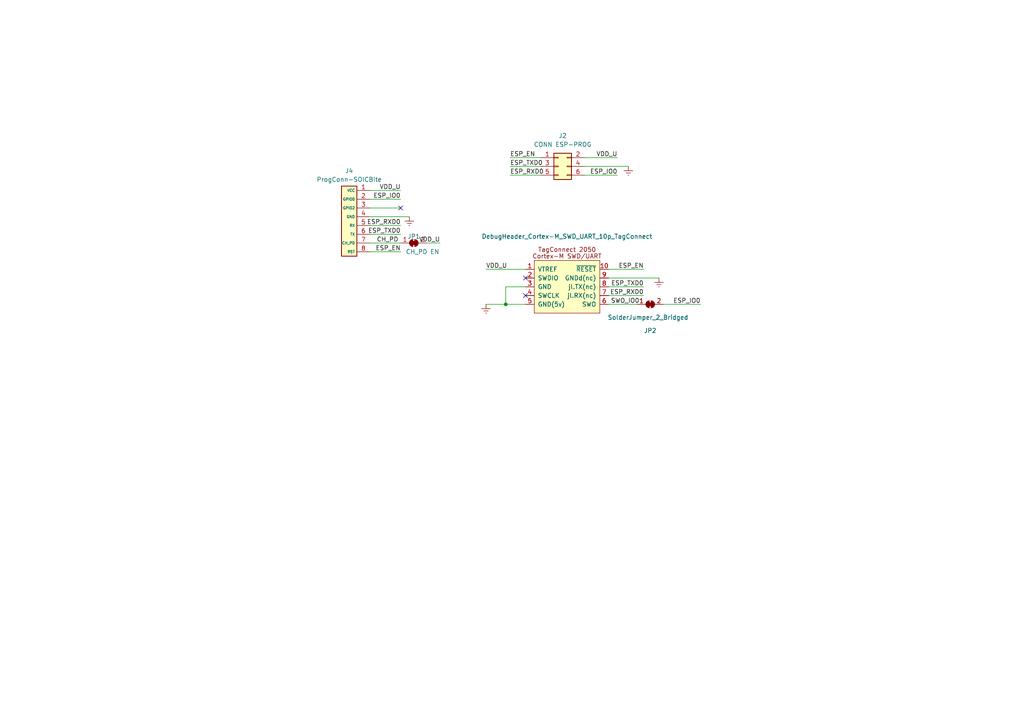
<source format=kicad_sch>
(kicad_sch (version 20230121) (generator eeschema)
  (paper "A4")
  (title_block (title "ESP-PROG Board Connector Adapter") (date "2023-11-25") (rev "v1.1") (company "jacobbokor.com"))
  (lib_symbols
    (symbol "BrechtVE_DebugHeader:DebugHeader_Cortex-M_SWD_UART_10p_TagConnect" (pin_names (offset 1.016))
      (property "Reference" "J" (at 0 -8.89 0))
      (property "Value" "DebugHeader_Cortex-M_SWD_UART_10p_TagConnect" (at 0 -11.43 0))
      (symbol "DebugHeader_Cortex-M_SWD_UART_10p_TagConnect_0_0"
        (rectangle (start -8.89 7.62) (end 10.16 -7.62) (fill (type background)))
        (text "Cortex-M SWD/UART" (at 0.635 8.89 0) (effects (font (size 1.27 1.27))))
        (text "TagConnect 2050" (at 0.635 10.795 0) (effects (font (size 1.27 1.27))))
      )
      (symbol "DebugHeader_Cortex-M_SWD_UART_10p_TagConnect_1_1"
        (pin power_in line (at -11.43 5.08 0) (length 2.54) (name "VTREF") (number "1"))
        (pin bidirectional line (at 12.7 5.08 180) (length 2.54) (name "~{RESET}") (number "10"))
        (pin bidirectional line (at -11.43 2.54 0) (length 2.54) (name "SWDIO") (number "2"))
        (pin power_in line (at -11.43 0 0) (length 2.54) (name "GND") (number "3"))
        (pin passive line (at -11.43 -2.54 0) (length 2.54) (name "SWCLK") (number "4"))
        (pin power_in line (at -11.43 -5.08 0) (length 2.54) (name "GND(5v)") (number "5"))
        (pin input line (at 12.7 -5.08 180) (length 2.54) (name "SWO") (number "6"))
        (pin input line (at 12.7 -2.54 180) (length 2.54) (name "jl.RX(nc)") (number "7"))
        (pin passive line (at 12.7 0 180) (length 2.54) (name "jl.TX(nc)") (number "8"))
        (pin passive line (at 12.7 2.54 180) (length 2.54) (name "GNDd(nc)") (number "9"))
      )
    )
    (symbol "Connector_Generic:Conn_02x03_Odd_Even" (pin_names (offset 1.016) hide)
      (property "Reference" "J" (at 1.27 5.08 0))
      (property "Value" "Conn_02x03_Odd_Even" (at 1.27 -5.08 0))
      (symbol "Conn_02x03_Odd_Even_1_1"
        (rectangle (start -1.27 -2.413) (end 0 -2.667) (stroke (width 0.1524)))
        (rectangle (start -1.27 0.127) (end 0 -0.127) (stroke (width 0.1524)))
        (rectangle (start -1.27 2.667) (end 0 2.413) (stroke (width 0.1524)))
        (rectangle (start -1.27 3.81) (end 3.81 -3.81) (stroke (width 0.254)) (fill (type background)))
        (rectangle (start 3.81 -2.413) (end 2.54 -2.667) (stroke (width 0.1524)))
        (rectangle (start 3.81 0.127) (end 2.54 -0.127) (stroke (width 0.1524)))
        (rectangle (start 3.81 2.667) (end 2.54 2.413) (stroke (width 0.1524)))
        (pin passive line (at -5.08 2.54 0) (length 3.81) (name "Pin_1") (number "1"))
        (pin passive line (at 7.62 2.54 180) (length 3.81) (name "Pin_2") (number "2"))
        (pin passive line (at -5.08 0 0) (length 3.81) (name "Pin_3") (number "3"))
        (pin passive line (at 7.62 0 180) (length 3.81) (name "Pin_4") (number "4"))
        (pin passive line (at -5.08 -2.54 0) (length 3.81) (name "Pin_5") (number "5"))
        (pin passive line (at 7.62 -2.54 180) (length 3.81) (name "Pin_6") (number "6"))
      )
    )
    (symbol "Jumper:SolderJumper_2_Bridged" (pin_names (offset 0) hide)
      (property "Reference" "JP" (at 0 2.032 0))
      (property "Value" "SolderJumper_2_Bridged" (at 0 -2.54 0))
      (symbol "SolderJumper_2_Bridged_0_1"
        (rectangle (start -0.508 0.508) (end 0.508 -0.508) (fill (type outline)))
        (arc (start -0.254 1.016) (mid -1.2656 0) (end -0.254 -1.016))
        (arc (start -0.254 1.016) (mid -1.2656 0) (end -0.254 -1.016) (fill (type outline)))
        (polyline (pts (xy -0.254 1.016) (xy -0.254 -1.016)))
        (polyline (pts (xy 0.254 1.016) (xy 0.254 -1.016)))
        (arc (start 0.254 -1.016) (mid 1.2656 0) (end 0.254 1.016))
        (arc (start 0.254 -1.016) (mid 1.2656 0) (end 0.254 1.016) (fill (type outline)))
      )
      (symbol "SolderJumper_2_Bridged_1_1"
        (pin passive line (at -3.81 0 0) (length 2.54) (name "A") (number "1"))
        (pin passive line (at 3.81 0 180) (length 2.54) (name "B") (number "2"))
      )
    )
    (symbol "jmux-kicadlib:SOICbite-ESP8266" (in_bom no)
      (property "Reference" "J" (at -8.255 -1.905 0))
      (property "Value" "ProgConn-SOICBite" (at -7.62 0.635 0))
      (symbol "SOICbite-ESP8266_1_1"
        (rectangle (start -10.795 22.86) (end -6.35 2.54) (stroke (width 0.254)) (fill (type background)))
        (pin passive line (at -2.54 21.59 180) (length 3.81) (name "VCC") (number "1"))
        (pin passive line (at -2.54 19.05 180) (length 3.81) (name "GPIO0") (number "2"))
        (pin passive line (at -2.54 16.51 180) (length 3.81) (name "GPIO2") (number "3"))
        (pin passive line (at -2.54 13.97 180) (length 3.81) (name "GND") (number "4"))
        (pin passive line (at -2.54 11.43 180) (length 3.81) (name "RX") (number "5"))
        (pin passive line (at -2.54 8.89 180) (length 3.81) (name "TX") (number "6"))
        (pin passive line (at -2.54 6.35 180) (length 3.81) (name "CH_PD") (number "7"))
        (pin passive line (at -2.54 3.81 180) (length 3.81) (name "RST") (number "8"))
      )
    )
    (symbol "power:Earth" (power) (pin_names (offset 0))
      (symbol "Earth_0_1"
        (polyline (pts (xy -0.635 -1.905) (xy 0.635 -1.905)))
        (polyline (pts (xy -0.127 -2.54) (xy 0.127 -2.54)))
        (polyline (pts (xy 0 -1.27) (xy 0 0)))
        (polyline (pts (xy 1.27 -1.27) (xy -1.27 -1.27)))
      )
      (symbol "Earth_1_1"
        (pin power_in line (at 0 0 270) (length 0) hide (name "Earth") (number "1"))
      )
    )
  )
  (junction (at 146.685 88.265))
  (no_connect (at 152.4 85.725))
  (no_connect (at 116.205 60.325))
  (no_connect (at 152.4 80.645))
  (wire (pts (xy 123.825 70.485) (xy 127.635 70.485)))
  (wire (pts (xy 152.4 88.265) (xy 146.685 88.265)))
  (wire (pts (xy 152.4 83.185) (xy 146.685 83.185)))
  (wire (pts (xy 146.685 83.185) (xy 146.685 88.265)))
  (wire (pts (xy 147.955 45.72) (xy 156.845 45.72)))
  (wire (pts (xy 107.315 65.405) (xy 116.205 65.405)))
  (wire (pts (xy 107.315 70.485) (xy 116.205 70.485)))
  (wire (pts (xy 107.315 55.245) (xy 116.205 55.245)))
  (wire (pts (xy 146.685 88.265) (xy 140.97 88.265)))
  (wire (pts (xy 186.69 83.185) (xy 176.53 83.185)))
  (wire (pts (xy 147.955 48.26) (xy 156.845 48.26)))
  (wire (pts (xy 147.955 50.8) (xy 156.845 50.8)))
  (wire (pts (xy 176.53 78.105) (xy 186.69 78.105)))
  (wire (pts (xy 140.97 78.105) (xy 152.4 78.105)))
  (wire (pts (xy 176.53 80.645) (xy 191.135 80.645)))
  (wire (pts (xy 107.315 57.785) (xy 116.205 57.785)))
  (wire (pts (xy 192.405 88.265) (xy 203.2 88.265)))
  (wire (pts (xy 107.315 67.945) (xy 116.205 67.945)))
  (wire (pts (xy 107.315 60.325) (xy 116.205 60.325)))
  (wire (pts (xy 169.545 50.8) (xy 179.07 50.8)))
  (wire (pts (xy 169.545 48.26) (xy 182.245 48.26)))
  (wire (pts (xy 176.53 88.265) (xy 184.785 88.265)))
  (wire (pts (xy 176.53 85.725) (xy 186.69 85.725)))
  (wire (pts (xy 107.315 62.865) (xy 118.745 62.865)))
  (wire (pts (xy 107.315 73.025) (xy 116.205 73.025)))
  (wire (pts (xy 169.545 45.72) (xy 179.07 45.72)))
  (label "ESP_EN" (at 147.955 45.72 0))
  (label "VDD_U" (at 179.07 45.72 180))
  (label "ESP_RXD0" (at 186.69 85.725 180))
  (label "ESP_IO0" (at 203.2 88.265 180))
  (label "VDD_U" (at 140.97 78.105 0))
  (label "ESP_IO0" (at 179.07 50.8 180))
  (label "ESP_RXD0" (at 116.205 65.405 180))
  (label "VDD_U" (at 116.205 55.245 180))
  (label "SWO_IO0" (at 177.165 88.265 0))
  (label "ESP_EN" (at 186.69 78.105 180))
  (label "CH_PD" (at 115.57 70.485 180))
  (label "ESP_TXD0" (at 147.955 48.26 0))
  (label "ESP_RXD0" (at 147.955 50.8 0))
  (label "ESP_TXD0" (at 186.69 83.185 180))
  (label "ESP_TXD0" (at 116.205 67.945 180))
  (label "ESP_EN" (at 116.205 73.025 180))
  (label "ESP_IO0" (at 116.205 57.785 180))
  (label "VDD_U" (at 127.635 70.485 180))
  (symbol (lib_id "power:Earth") (at 140.97 88.265 0) (unit 1)
    (property "Reference" "#PWR04" (effects hide))
    (property "Value" "Earth" (effects hide))
  )
  (symbol (lib_id "jmux-kicadlib:SOICbite-ESP8266") (at 109.855 76.835 0) (unit 1) (in_bom no)
    (property "Reference" "J4" (at 101.2825 49.53 0))
    (property "Value" "ProgConn-SOICBite" (at 101.2825 52.07 0))
    (property "Footprint" "Connector_IDC:IDC-Header_2x04_P2.54mm_Vertical" (effects hide))
    (property "LCSC" "C17179451" (effects hide))
    (property "Link" "https://www.lcsc.com/product-detail/IDC-Connectors_HanElectricity-HY2541WV-N-2x4P_C17179451.html" (effects hide))
    (property "Description" "2x4P 2.54mm IDC header for SOICbite" (effects hide))
  )
  (symbol (lib_id "power:Earth") (at 191.135 80.645 0) (unit 1)
    (property "Reference" "#PWR05" (effects hide))
    (property "Value" "Earth" (effects hide))
  )
  (symbol (lib_id "Jumper:SolderJumper_2_Bridged") (at 188.595 88.265 0) (unit 1) (in_bom no)
    (property "Reference" "JP2" (at 188.595 95.885 0))
    (property "Value" "SolderJumper_2_Bridged" (at 187.96 92.075 0))
    (property "Footprint" "Jumper:SolderJumper-2_P1.3mm_Bridged_RoundedPad1.0x1.5mm" (effects hide))
  )
  (symbol (lib_id "power:Earth") (at 182.245 48.26 0) (unit 1)
    (property "Reference" "#PWR01" (effects hide))
    (property "Value" "Earth" (effects hide))
  )
  (symbol (lib_id "Connector_Generic:Conn_02x03_Odd_Even") (at 161.925 48.26 0) (unit 1)
    (property "Reference" "J2" (at 163.195 39.37 0))
    (property "Value" "CONN ESP-PROG" (at 163.195 41.91 0))
    (property "Footprint" "Connector_PinSocket_2.54mm:PinSocket_2x03_P2.54mm_Vertical" (effects hide))
    (property "Description" "2x3 2.54mm Male IDC header for connecting to ESP-PROG" (effects hide))
    (property "LCSC" "C5298392" (effects hide))
    (property "Link" "https://www.lcsc.com/product-detail/span-style-background-color-ff0-Female-span-span-style-background-color-ff0-Headers-span_CJT-Changjiang-Connectors-A2541HWV-2x3P_C5298392.html" (effects hide))
  )
  (symbol (lib_id "power:Earth") (at 118.745 62.865 0) (unit 1)
    (property "Reference" "#PWR03" (effects hide))
    (property "Value" "Earth" (effects hide))
  )
  (symbol (lib_id "Jumper:SolderJumper_2_Bridged") (at 120.015 70.485 0) (unit 1) (in_bom no)
    (property "Reference" "JP1" (at 120.015 68.58 0))
    (property "Value" "CH_PD EN" (at 122.555 73.025 0))
    (property "Footprint" "Jumper:SolderJumper-2_P1.3mm_Bridged_RoundedPad1.0x1.5mm" (effects hide))
  )
  (symbol (lib_id "BrechtVE_DebugHeader:DebugHeader_Cortex-M_SWD_UART_10p_TagConnect") (at 163.83 83.185 0) (unit 1)
    (property "Reference" "J5" (effects hide))
    (property "Value" "DebugHeader_Cortex-M_SWD_UART_10p_TagConnect" (at 164.465 68.58 0))
    (property "Footprint" "jmux-footprints:TC-2050-IDC-SOCKET" (effects hide))
    (property "LCSC" "C2962228" (effects hide))
    (property "Link" "https://www.lcsc.com/product-detail/_XKB-Connectivity-_C2962228.html" (effects hide))
    (property "Description" "2x5P 1.27mm IDC header for tag-connect TC-2050-IDC cable" (effects hide))
  )
)
</source>
